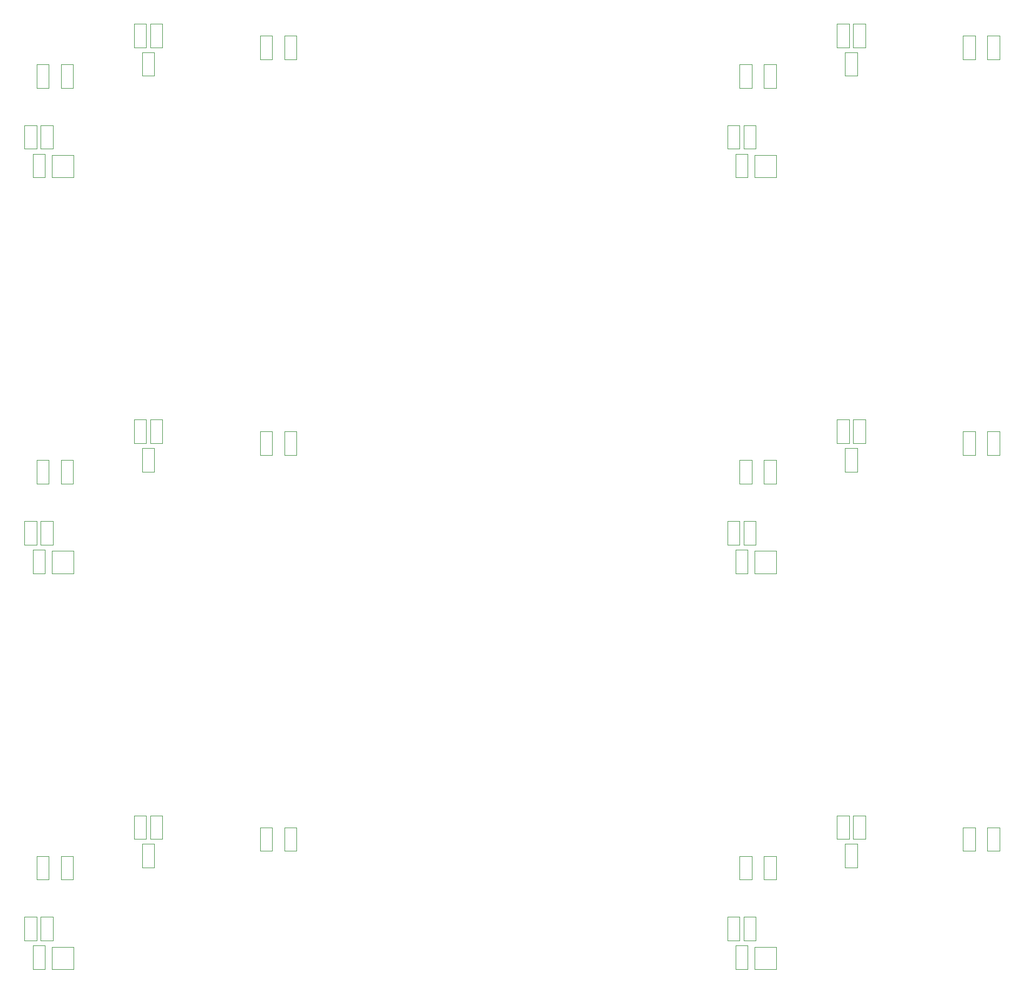
<source format=gbr>
G04 #@! TF.GenerationSoftware,KiCad,Pcbnew,5.1.4*
G04 #@! TF.CreationDate,2019-11-01T23:16:51-03:00*
G04 #@! TF.ProjectId,fonte_18V_panel,666f6e74-655f-4313-9856-5f70616e656c,rev?*
G04 #@! TF.SameCoordinates,Original*
G04 #@! TF.FileFunction,Other,User*
%FSLAX46Y46*%
G04 Gerber Fmt 4.6, Leading zero omitted, Abs format (unit mm)*
G04 Created by KiCad (PCBNEW 5.1.4) date 2019-11-01 23:16:51*
%MOMM*%
%LPD*%
G04 APERTURE LIST*
%ADD10C,0.050000*%
G04 APERTURE END LIST*
D10*
X214715000Y-164590000D02*
X212815000Y-164590000D01*
X212815000Y-164590000D02*
X212815000Y-168290000D01*
X212815000Y-168290000D02*
X214715000Y-168290000D01*
X214715000Y-168290000D02*
X214715000Y-164590000D01*
X104715000Y-164590000D02*
X102815000Y-164590000D01*
X102815000Y-164590000D02*
X102815000Y-168290000D01*
X102815000Y-168290000D02*
X104715000Y-168290000D01*
X104715000Y-168290000D02*
X104715000Y-164590000D01*
X214715000Y-102590000D02*
X212815000Y-102590000D01*
X212815000Y-102590000D02*
X212815000Y-106290000D01*
X212815000Y-106290000D02*
X214715000Y-106290000D01*
X214715000Y-106290000D02*
X214715000Y-102590000D01*
X104715000Y-102590000D02*
X102815000Y-102590000D01*
X102815000Y-102590000D02*
X102815000Y-106290000D01*
X102815000Y-106290000D02*
X104715000Y-106290000D01*
X104715000Y-106290000D02*
X104715000Y-102590000D01*
X214715000Y-40590000D02*
X212815000Y-40590000D01*
X212815000Y-40590000D02*
X212815000Y-44290000D01*
X212815000Y-44290000D02*
X214715000Y-44290000D01*
X214715000Y-44290000D02*
X214715000Y-40590000D01*
X180200000Y-186800000D02*
X183600000Y-186800000D01*
X183600000Y-186800000D02*
X183600000Y-183300000D01*
X183600000Y-183300000D02*
X180200000Y-183300000D01*
X180200000Y-183300000D02*
X180200000Y-186800000D01*
X70200000Y-186800000D02*
X73600000Y-186800000D01*
X73600000Y-186800000D02*
X73600000Y-183300000D01*
X73600000Y-183300000D02*
X70200000Y-183300000D01*
X70200000Y-183300000D02*
X70200000Y-186800000D01*
X180200000Y-124800000D02*
X183600000Y-124800000D01*
X183600000Y-124800000D02*
X183600000Y-121300000D01*
X183600000Y-121300000D02*
X180200000Y-121300000D01*
X180200000Y-121300000D02*
X180200000Y-124800000D01*
X70200000Y-124800000D02*
X73600000Y-124800000D01*
X73600000Y-124800000D02*
X73600000Y-121300000D01*
X73600000Y-121300000D02*
X70200000Y-121300000D01*
X70200000Y-121300000D02*
X70200000Y-124800000D01*
X180200000Y-62800000D02*
X183600000Y-62800000D01*
X183600000Y-62800000D02*
X183600000Y-59300000D01*
X183600000Y-59300000D02*
X180200000Y-59300000D01*
X180200000Y-59300000D02*
X180200000Y-62800000D01*
X218525000Y-164590000D02*
X216625000Y-164590000D01*
X216625000Y-164590000D02*
X216625000Y-168290000D01*
X216625000Y-168290000D02*
X218525000Y-168290000D01*
X218525000Y-168290000D02*
X218525000Y-164590000D01*
X108525000Y-164590000D02*
X106625000Y-164590000D01*
X106625000Y-164590000D02*
X106625000Y-168290000D01*
X106625000Y-168290000D02*
X108525000Y-168290000D01*
X108525000Y-168290000D02*
X108525000Y-164590000D01*
X218525000Y-102590000D02*
X216625000Y-102590000D01*
X216625000Y-102590000D02*
X216625000Y-106290000D01*
X216625000Y-106290000D02*
X218525000Y-106290000D01*
X218525000Y-106290000D02*
X218525000Y-102590000D01*
X108525000Y-102590000D02*
X106625000Y-102590000D01*
X106625000Y-102590000D02*
X106625000Y-106290000D01*
X106625000Y-106290000D02*
X108525000Y-106290000D01*
X108525000Y-106290000D02*
X108525000Y-102590000D01*
X218525000Y-40590000D02*
X216625000Y-40590000D01*
X216625000Y-40590000D02*
X216625000Y-44290000D01*
X216625000Y-44290000D02*
X218525000Y-44290000D01*
X218525000Y-44290000D02*
X218525000Y-40590000D01*
X181655000Y-172785000D02*
X183555000Y-172785000D01*
X183555000Y-172785000D02*
X183555000Y-169085000D01*
X183555000Y-169085000D02*
X181655000Y-169085000D01*
X181655000Y-169085000D02*
X181655000Y-172785000D01*
X71655000Y-172785000D02*
X73555000Y-172785000D01*
X73555000Y-172785000D02*
X73555000Y-169085000D01*
X73555000Y-169085000D02*
X71655000Y-169085000D01*
X71655000Y-169085000D02*
X71655000Y-172785000D01*
X181655000Y-110785000D02*
X183555000Y-110785000D01*
X183555000Y-110785000D02*
X183555000Y-107085000D01*
X183555000Y-107085000D02*
X181655000Y-107085000D01*
X181655000Y-107085000D02*
X181655000Y-110785000D01*
X71655000Y-110785000D02*
X73555000Y-110785000D01*
X73555000Y-110785000D02*
X73555000Y-107085000D01*
X73555000Y-107085000D02*
X71655000Y-107085000D01*
X71655000Y-107085000D02*
X71655000Y-110785000D01*
X181655000Y-48785000D02*
X183555000Y-48785000D01*
X183555000Y-48785000D02*
X183555000Y-45085000D01*
X183555000Y-45085000D02*
X181655000Y-45085000D01*
X181655000Y-45085000D02*
X181655000Y-48785000D01*
X197525000Y-162735000D02*
X195625000Y-162735000D01*
X195625000Y-162735000D02*
X195625000Y-166435000D01*
X195625000Y-166435000D02*
X197525000Y-166435000D01*
X197525000Y-166435000D02*
X197525000Y-162735000D01*
X87525000Y-162735000D02*
X85625000Y-162735000D01*
X85625000Y-162735000D02*
X85625000Y-166435000D01*
X85625000Y-166435000D02*
X87525000Y-166435000D01*
X87525000Y-166435000D02*
X87525000Y-162735000D01*
X197525000Y-100735000D02*
X195625000Y-100735000D01*
X195625000Y-100735000D02*
X195625000Y-104435000D01*
X195625000Y-104435000D02*
X197525000Y-104435000D01*
X197525000Y-104435000D02*
X197525000Y-100735000D01*
X87525000Y-100735000D02*
X85625000Y-100735000D01*
X85625000Y-100735000D02*
X85625000Y-104435000D01*
X85625000Y-104435000D02*
X87525000Y-104435000D01*
X87525000Y-104435000D02*
X87525000Y-100735000D01*
X197525000Y-38735000D02*
X195625000Y-38735000D01*
X195625000Y-38735000D02*
X195625000Y-42435000D01*
X195625000Y-42435000D02*
X197525000Y-42435000D01*
X197525000Y-42435000D02*
X197525000Y-38735000D01*
X180380000Y-178610000D02*
X178480000Y-178610000D01*
X178480000Y-178610000D02*
X178480000Y-182310000D01*
X178480000Y-182310000D02*
X180380000Y-182310000D01*
X180380000Y-182310000D02*
X180380000Y-178610000D01*
X70380000Y-178610000D02*
X68480000Y-178610000D01*
X68480000Y-178610000D02*
X68480000Y-182310000D01*
X68480000Y-182310000D02*
X70380000Y-182310000D01*
X70380000Y-182310000D02*
X70380000Y-178610000D01*
X180380000Y-116610000D02*
X178480000Y-116610000D01*
X178480000Y-116610000D02*
X178480000Y-120310000D01*
X178480000Y-120310000D02*
X180380000Y-120310000D01*
X180380000Y-120310000D02*
X180380000Y-116610000D01*
X70380000Y-116610000D02*
X68480000Y-116610000D01*
X68480000Y-116610000D02*
X68480000Y-120310000D01*
X68480000Y-120310000D02*
X70380000Y-120310000D01*
X70380000Y-120310000D02*
X70380000Y-116610000D01*
X180380000Y-54610000D02*
X178480000Y-54610000D01*
X178480000Y-54610000D02*
X178480000Y-58310000D01*
X178480000Y-58310000D02*
X180380000Y-58310000D01*
X180380000Y-58310000D02*
X180380000Y-54610000D01*
X194355000Y-170880000D02*
X196255000Y-170880000D01*
X196255000Y-170880000D02*
X196255000Y-167180000D01*
X196255000Y-167180000D02*
X194355000Y-167180000D01*
X194355000Y-167180000D02*
X194355000Y-170880000D01*
X84355000Y-170880000D02*
X86255000Y-170880000D01*
X86255000Y-170880000D02*
X86255000Y-167180000D01*
X86255000Y-167180000D02*
X84355000Y-167180000D01*
X84355000Y-167180000D02*
X84355000Y-170880000D01*
X194355000Y-108880000D02*
X196255000Y-108880000D01*
X196255000Y-108880000D02*
X196255000Y-105180000D01*
X196255000Y-105180000D02*
X194355000Y-105180000D01*
X194355000Y-105180000D02*
X194355000Y-108880000D01*
X84355000Y-108880000D02*
X86255000Y-108880000D01*
X86255000Y-108880000D02*
X86255000Y-105180000D01*
X86255000Y-105180000D02*
X84355000Y-105180000D01*
X84355000Y-105180000D02*
X84355000Y-108880000D01*
X194355000Y-46880000D02*
X196255000Y-46880000D01*
X196255000Y-46880000D02*
X196255000Y-43180000D01*
X196255000Y-43180000D02*
X194355000Y-43180000D01*
X194355000Y-43180000D02*
X194355000Y-46880000D01*
X177840000Y-178610000D02*
X175940000Y-178610000D01*
X175940000Y-178610000D02*
X175940000Y-182310000D01*
X175940000Y-182310000D02*
X177840000Y-182310000D01*
X177840000Y-182310000D02*
X177840000Y-178610000D01*
X67840000Y-178610000D02*
X65940000Y-178610000D01*
X65940000Y-178610000D02*
X65940000Y-182310000D01*
X65940000Y-182310000D02*
X67840000Y-182310000D01*
X67840000Y-182310000D02*
X67840000Y-178610000D01*
X177840000Y-116610000D02*
X175940000Y-116610000D01*
X175940000Y-116610000D02*
X175940000Y-120310000D01*
X175940000Y-120310000D02*
X177840000Y-120310000D01*
X177840000Y-120310000D02*
X177840000Y-116610000D01*
X67840000Y-116610000D02*
X65940000Y-116610000D01*
X65940000Y-116610000D02*
X65940000Y-120310000D01*
X65940000Y-120310000D02*
X67840000Y-120310000D01*
X67840000Y-120310000D02*
X67840000Y-116610000D01*
X177840000Y-54610000D02*
X175940000Y-54610000D01*
X175940000Y-54610000D02*
X175940000Y-58310000D01*
X175940000Y-58310000D02*
X177840000Y-58310000D01*
X177840000Y-58310000D02*
X177840000Y-54610000D01*
X194985000Y-162735000D02*
X193085000Y-162735000D01*
X193085000Y-162735000D02*
X193085000Y-166435000D01*
X193085000Y-166435000D02*
X194985000Y-166435000D01*
X194985000Y-166435000D02*
X194985000Y-162735000D01*
X84985000Y-162735000D02*
X83085000Y-162735000D01*
X83085000Y-162735000D02*
X83085000Y-166435000D01*
X83085000Y-166435000D02*
X84985000Y-166435000D01*
X84985000Y-166435000D02*
X84985000Y-162735000D01*
X194985000Y-100735000D02*
X193085000Y-100735000D01*
X193085000Y-100735000D02*
X193085000Y-104435000D01*
X193085000Y-104435000D02*
X194985000Y-104435000D01*
X194985000Y-104435000D02*
X194985000Y-100735000D01*
X84985000Y-100735000D02*
X83085000Y-100735000D01*
X83085000Y-100735000D02*
X83085000Y-104435000D01*
X83085000Y-104435000D02*
X84985000Y-104435000D01*
X84985000Y-104435000D02*
X84985000Y-100735000D01*
X194985000Y-38735000D02*
X193085000Y-38735000D01*
X193085000Y-38735000D02*
X193085000Y-42435000D01*
X193085000Y-42435000D02*
X194985000Y-42435000D01*
X194985000Y-42435000D02*
X194985000Y-38735000D01*
X179745000Y-169085000D02*
X177845000Y-169085000D01*
X177845000Y-169085000D02*
X177845000Y-172785000D01*
X177845000Y-172785000D02*
X179745000Y-172785000D01*
X179745000Y-172785000D02*
X179745000Y-169085000D01*
X69745000Y-169085000D02*
X67845000Y-169085000D01*
X67845000Y-169085000D02*
X67845000Y-172785000D01*
X67845000Y-172785000D02*
X69745000Y-172785000D01*
X69745000Y-172785000D02*
X69745000Y-169085000D01*
X179745000Y-107085000D02*
X177845000Y-107085000D01*
X177845000Y-107085000D02*
X177845000Y-110785000D01*
X177845000Y-110785000D02*
X179745000Y-110785000D01*
X179745000Y-110785000D02*
X179745000Y-107085000D01*
X69745000Y-107085000D02*
X67845000Y-107085000D01*
X67845000Y-107085000D02*
X67845000Y-110785000D01*
X67845000Y-110785000D02*
X69745000Y-110785000D01*
X69745000Y-110785000D02*
X69745000Y-107085000D01*
X179745000Y-45085000D02*
X177845000Y-45085000D01*
X177845000Y-45085000D02*
X177845000Y-48785000D01*
X177845000Y-48785000D02*
X179745000Y-48785000D01*
X179745000Y-48785000D02*
X179745000Y-45085000D01*
X177250000Y-186800000D02*
X179150000Y-186800000D01*
X179150000Y-186800000D02*
X179150000Y-183100000D01*
X179150000Y-183100000D02*
X177250000Y-183100000D01*
X177250000Y-183100000D02*
X177250000Y-186800000D01*
X67250000Y-186800000D02*
X69150000Y-186800000D01*
X69150000Y-186800000D02*
X69150000Y-183100000D01*
X69150000Y-183100000D02*
X67250000Y-183100000D01*
X67250000Y-183100000D02*
X67250000Y-186800000D01*
X177250000Y-124800000D02*
X179150000Y-124800000D01*
X179150000Y-124800000D02*
X179150000Y-121100000D01*
X179150000Y-121100000D02*
X177250000Y-121100000D01*
X177250000Y-121100000D02*
X177250000Y-124800000D01*
X67250000Y-124800000D02*
X69150000Y-124800000D01*
X69150000Y-124800000D02*
X69150000Y-121100000D01*
X69150000Y-121100000D02*
X67250000Y-121100000D01*
X67250000Y-121100000D02*
X67250000Y-124800000D01*
X177250000Y-62800000D02*
X179150000Y-62800000D01*
X179150000Y-62800000D02*
X179150000Y-59100000D01*
X179150000Y-59100000D02*
X177250000Y-59100000D01*
X177250000Y-59100000D02*
X177250000Y-62800000D01*
X67250000Y-59100000D02*
X67250000Y-62800000D01*
X69150000Y-59100000D02*
X67250000Y-59100000D01*
X69150000Y-62800000D02*
X69150000Y-59100000D01*
X67250000Y-62800000D02*
X69150000Y-62800000D01*
X84985000Y-42435000D02*
X84985000Y-38735000D01*
X83085000Y-42435000D02*
X84985000Y-42435000D01*
X83085000Y-38735000D02*
X83085000Y-42435000D01*
X84985000Y-38735000D02*
X83085000Y-38735000D01*
X84355000Y-43180000D02*
X84355000Y-46880000D01*
X86255000Y-43180000D02*
X84355000Y-43180000D01*
X86255000Y-46880000D02*
X86255000Y-43180000D01*
X84355000Y-46880000D02*
X86255000Y-46880000D01*
X71655000Y-45085000D02*
X71655000Y-48785000D01*
X73555000Y-45085000D02*
X71655000Y-45085000D01*
X73555000Y-48785000D02*
X73555000Y-45085000D01*
X71655000Y-48785000D02*
X73555000Y-48785000D01*
X69745000Y-48785000D02*
X69745000Y-45085000D01*
X67845000Y-48785000D02*
X69745000Y-48785000D01*
X67845000Y-45085000D02*
X67845000Y-48785000D01*
X69745000Y-45085000D02*
X67845000Y-45085000D01*
X70200000Y-59300000D02*
X70200000Y-62800000D01*
X73600000Y-59300000D02*
X70200000Y-59300000D01*
X73600000Y-62800000D02*
X73600000Y-59300000D01*
X70200000Y-62800000D02*
X73600000Y-62800000D01*
X104715000Y-44290000D02*
X104715000Y-40590000D01*
X102815000Y-44290000D02*
X104715000Y-44290000D01*
X102815000Y-40590000D02*
X102815000Y-44290000D01*
X104715000Y-40590000D02*
X102815000Y-40590000D01*
X108525000Y-44290000D02*
X108525000Y-40590000D01*
X106625000Y-44290000D02*
X108525000Y-44290000D01*
X106625000Y-40590000D02*
X106625000Y-44290000D01*
X108525000Y-40590000D02*
X106625000Y-40590000D01*
X67840000Y-58310000D02*
X67840000Y-54610000D01*
X65940000Y-58310000D02*
X67840000Y-58310000D01*
X65940000Y-54610000D02*
X65940000Y-58310000D01*
X67840000Y-54610000D02*
X65940000Y-54610000D01*
X70380000Y-58310000D02*
X70380000Y-54610000D01*
X68480000Y-58310000D02*
X70380000Y-58310000D01*
X68480000Y-54610000D02*
X68480000Y-58310000D01*
X70380000Y-54610000D02*
X68480000Y-54610000D01*
X87525000Y-42435000D02*
X87525000Y-38735000D01*
X85625000Y-42435000D02*
X87525000Y-42435000D01*
X85625000Y-38735000D02*
X85625000Y-42435000D01*
X87525000Y-38735000D02*
X85625000Y-38735000D01*
M02*

</source>
